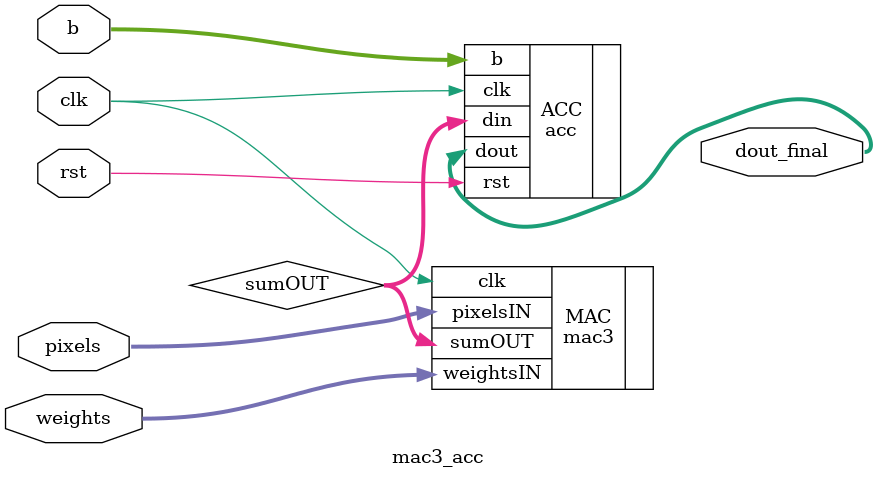
<source format=v>
`timescale 1ns / 1ps

module mac3_acc(
    input clk,
    input rst,
    input [127:0] pixels,
    input [127:0] weights,
    input [7:0] b,
    output [21:0] dout_final
    );
   
    wire [19:0] sumOUT;
    //Instantiating MAC
    mac3 MAC(.clk(clk), .pixelsIN(pixels), .weightsIN(weights), .sumOUT(sumOUT)); 
    
    //Instantiating accumulator
    acc ACC(.clk(clk), .rst(rst), .din(sumOUT), .b(b), .dout(dout_final));

endmodule

</source>
